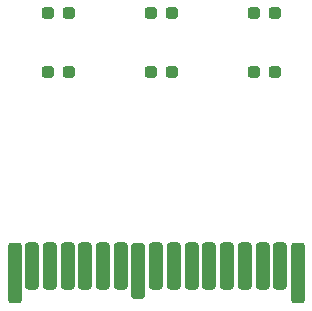
<source format=gbr>
%TF.GenerationSoftware,KiCad,Pcbnew,7.0.10*%
%TF.CreationDate,2024-04-17T19:12:29+01:00*%
%TF.ProjectId,ds_led_cart,64735f6c-6564-45f6-9361-72742e6b6963,rev?*%
%TF.SameCoordinates,Original*%
%TF.FileFunction,Soldermask,Top*%
%TF.FilePolarity,Negative*%
%FSLAX46Y46*%
G04 Gerber Fmt 4.6, Leading zero omitted, Abs format (unit mm)*
G04 Created by KiCad (PCBNEW 7.0.10) date 2024-04-17 19:12:29*
%MOMM*%
%LPD*%
G01*
G04 APERTURE LIST*
G04 Aperture macros list*
%AMRoundRect*
0 Rectangle with rounded corners*
0 $1 Rounding radius*
0 $2 $3 $4 $5 $6 $7 $8 $9 X,Y pos of 4 corners*
0 Add a 4 corners polygon primitive as box body*
4,1,4,$2,$3,$4,$5,$6,$7,$8,$9,$2,$3,0*
0 Add four circle primitives for the rounded corners*
1,1,$1+$1,$2,$3*
1,1,$1+$1,$4,$5*
1,1,$1+$1,$6,$7*
1,1,$1+$1,$8,$9*
0 Add four rect primitives between the rounded corners*
20,1,$1+$1,$2,$3,$4,$5,0*
20,1,$1+$1,$4,$5,$6,$7,0*
20,1,$1+$1,$6,$7,$8,$9,0*
20,1,$1+$1,$8,$9,$2,$3,0*%
G04 Aperture macros list end*
%ADD10RoundRect,0.237500X-0.287500X-0.237500X0.287500X-0.237500X0.287500X0.237500X-0.287500X0.237500X0*%
%ADD11RoundRect,0.237500X0.287500X0.237500X-0.287500X0.237500X-0.287500X-0.237500X0.287500X-0.237500X0*%
%ADD12RoundRect,0.300000X-0.300000X-2.275000X0.300000X-2.275000X0.300000X2.275000X-0.300000X2.275000X0*%
%ADD13RoundRect,0.300000X-0.300000X-1.700000X0.300000X-1.700000X0.300000X1.700000X-0.300000X1.700000X0*%
%ADD14RoundRect,0.300000X-0.300000X-2.075000X0.300000X-2.075000X0.300000X2.075000X-0.300000X2.075000X0*%
G04 APERTURE END LIST*
D10*
%TO.C,D3*%
X125245000Y-99715000D03*
X126995000Y-99715000D03*
%TD*%
D11*
%TO.C,D4*%
X144420000Y-99715000D03*
X142670000Y-99715000D03*
%TD*%
%TO.C,D2*%
X144420000Y-94715000D03*
X142670000Y-94715000D03*
%TD*%
D10*
%TO.C,D1*%
X125245000Y-94715000D03*
X126995000Y-94715000D03*
%TD*%
%TO.C,D5*%
X133970000Y-94715000D03*
X135720000Y-94715000D03*
%TD*%
D12*
%TO.C,U1*%
X122395000Y-116772500D03*
D13*
X123895000Y-116202500D03*
X125395000Y-116202500D03*
X126895000Y-116202500D03*
X128395000Y-116202500D03*
X129895000Y-116202500D03*
X131395000Y-116202500D03*
D14*
X132885000Y-116572500D03*
D13*
X134395000Y-116202500D03*
X135895000Y-116202500D03*
X137395000Y-116202500D03*
X138895000Y-116202500D03*
X140395000Y-116202500D03*
X141895000Y-116202500D03*
X143395000Y-116202500D03*
X144895000Y-116202500D03*
D12*
X146395000Y-116772500D03*
%TD*%
D10*
%TO.C,D6*%
X133970000Y-99715000D03*
X135720000Y-99715000D03*
%TD*%
M02*

</source>
